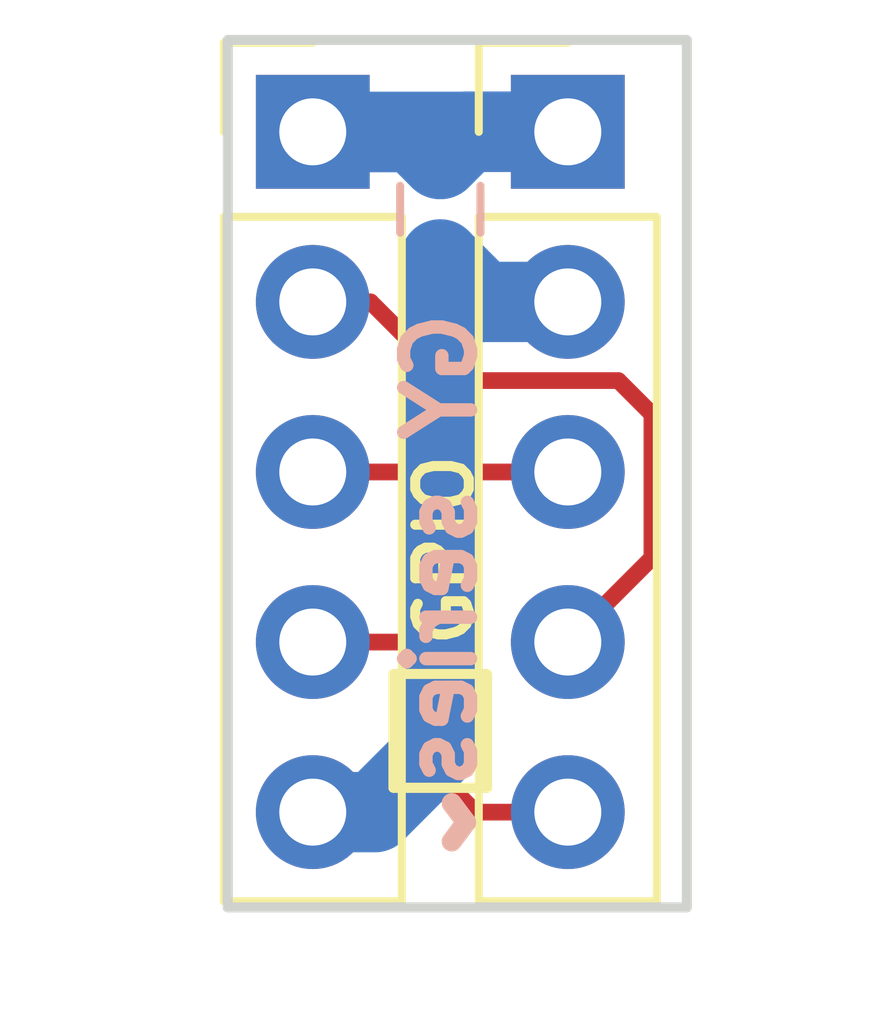
<source format=kicad_pcb>
(kicad_pcb (version 4) (host pcbnew 4.0.7)

  (general
    (links 8)
    (no_connects 0)
    (area 138.354999 103.556999 145.363001 116.661001)
    (thickness 1.6)
    (drawings 7)
    (tracks 36)
    (zones 0)
    (modules 4)
    (nets 7)
  )

  (page A4)
  (layers
    (0 F.Cu signal)
    (31 B.Cu signal)
    (32 B.Adhes user)
    (33 F.Adhes user)
    (34 B.Paste user)
    (35 F.Paste user)
    (36 B.SilkS user)
    (37 F.SilkS user)
    (38 B.Mask user)
    (39 F.Mask user)
    (40 Dwgs.User user)
    (41 Cmts.User user)
    (42 Eco1.User user)
    (43 Eco2.User user)
    (44 Edge.Cuts user)
    (45 Margin user)
    (46 B.CrtYd user)
    (47 F.CrtYd user)
    (48 B.Fab user)
    (49 F.Fab user)
  )

  (setup
    (last_trace_width 0.25)
    (user_trace_width 0.5)
    (user_trace_width 0.8)
    (user_trace_width 1)
    (user_trace_width 1.2)
    (trace_clearance 0.2)
    (zone_clearance 0.508)
    (zone_45_only no)
    (trace_min 0.2)
    (segment_width 0.2)
    (edge_width 0.15)
    (via_size 0.6)
    (via_drill 0.4)
    (via_min_size 0.4)
    (via_min_drill 0.3)
    (uvia_size 0.3)
    (uvia_drill 0.1)
    (uvias_allowed no)
    (uvia_min_size 0.2)
    (uvia_min_drill 0.1)
    (pcb_text_width 0.3)
    (pcb_text_size 1.5 1.5)
    (mod_edge_width 0.15)
    (mod_text_size 1 1)
    (mod_text_width 0.15)
    (pad_size 1.524 1.524)
    (pad_drill 0.762)
    (pad_to_mask_clearance 0.2)
    (aux_axis_origin 145.288 103.632)
    (grid_origin 145.288 103.632)
    (visible_elements 7FFFFFFF)
    (pcbplotparams
      (layerselection 0x010f0_80000001)
      (usegerberextensions true)
      (usegerberattributes true)
      (excludeedgelayer true)
      (linewidth 0.100000)
      (plotframeref false)
      (viasonmask false)
      (mode 1)
      (useauxorigin true)
      (hpglpennumber 1)
      (hpglpenspeed 20)
      (hpglpendiameter 15)
      (hpglpenoverlay 2)
      (psnegative false)
      (psa4output false)
      (plotreference false)
      (plotvalue false)
      (plotinvisibletext false)
      (padsonsilk false)
      (subtractmaskfromsilk false)
      (outputformat 1)
      (mirror false)
      (drillshape 0)
      (scaleselection 1)
      (outputdirectory gerbers/))
  )

  (net 0 "")
  (net 1 VCC)
  (net 2 GND)
  (net 3 SDA)
  (net 4 SCL)
  (net 5 "Net-(J1-Pad4)")
  (net 6 DRD)

  (net_class Default "This is the default net class."
    (clearance 0.2)
    (trace_width 0.25)
    (via_dia 0.6)
    (via_drill 0.4)
    (uvia_dia 0.3)
    (uvia_drill 0.1)
    (add_net DRD)
    (add_net GND)
    (add_net "Net-(J1-Pad4)")
    (add_net SCL)
    (add_net SDA)
    (add_net VCC)
  )

  (module Capacitors_SMD:C_0603 (layer B.Cu) (tedit 5AFE4336) (tstamp 5AFE430D)
    (at 141.605 106.16 90)
    (descr "Capacitor SMD 0603, reflow soldering, AVX (see smccp.pdf)")
    (tags "capacitor 0603")
    (path /5AFE429C)
    (attr smd)
    (fp_text reference C1 (at 0 1.5 90) (layer B.SilkS) hide
      (effects (font (size 1 1) (thickness 0.15)) (justify mirror))
    )
    (fp_text value C_Small (at 0 -1.5 90) (layer B.Fab)
      (effects (font (size 1 1) (thickness 0.15)) (justify mirror))
    )
    (fp_line (start 1.4 -0.65) (end -1.4 -0.65) (layer B.CrtYd) (width 0.05))
    (fp_line (start 1.4 -0.65) (end 1.4 0.65) (layer B.CrtYd) (width 0.05))
    (fp_line (start -1.4 0.65) (end -1.4 -0.65) (layer B.CrtYd) (width 0.05))
    (fp_line (start -1.4 0.65) (end 1.4 0.65) (layer B.CrtYd) (width 0.05))
    (fp_line (start 0.35 -0.6) (end -0.35 -0.6) (layer B.SilkS) (width 0.12))
    (fp_line (start -0.35 0.6) (end 0.35 0.6) (layer B.SilkS) (width 0.12))
    (fp_line (start -0.8 0.4) (end 0.8 0.4) (layer B.Fab) (width 0.1))
    (fp_line (start 0.8 0.4) (end 0.8 -0.4) (layer B.Fab) (width 0.1))
    (fp_line (start 0.8 -0.4) (end -0.8 -0.4) (layer B.Fab) (width 0.1))
    (fp_line (start -0.8 -0.4) (end -0.8 0.4) (layer B.Fab) (width 0.1))
    (fp_text user %R (at 0 0 90) (layer B.Fab)
      (effects (font (size 0.3 0.3) (thickness 0.075)) (justify mirror))
    )
    (pad 2 smd rect (at 0.75 0 90) (size 0.8 0.75) (layers B.Cu B.Paste B.Mask)
      (net 1 VCC))
    (pad 1 smd rect (at -0.75 0 90) (size 0.8 0.75) (layers B.Cu B.Paste B.Mask)
      (net 2 GND))
    (model Capacitors_SMD.3dshapes/C_0603.wrl
      (at (xyz 0 0 0))
      (scale (xyz 1 1 1))
      (rotate (xyz 0 0 0))
    )
  )

  (module Pin_Headers:Pin_Header_Straight_1x05_Pitch2.54mm (layer F.Cu) (tedit 5AFE4339) (tstamp 5AFE4316)
    (at 139.7 105.0036)
    (descr "Through hole straight pin header, 1x05, 2.54mm pitch, single row")
    (tags "Through hole pin header THT 1x05 2.54mm single row")
    (path /5AFE41D0)
    (fp_text reference J1 (at 0 -2.33) (layer F.SilkS) hide
      (effects (font (size 1 1) (thickness 0.15)))
    )
    (fp_text value Conn_01x05 (at 0 12.49) (layer F.Fab)
      (effects (font (size 1 1) (thickness 0.15)))
    )
    (fp_line (start -0.635 -1.27) (end 1.27 -1.27) (layer F.Fab) (width 0.1))
    (fp_line (start 1.27 -1.27) (end 1.27 11.43) (layer F.Fab) (width 0.1))
    (fp_line (start 1.27 11.43) (end -1.27 11.43) (layer F.Fab) (width 0.1))
    (fp_line (start -1.27 11.43) (end -1.27 -0.635) (layer F.Fab) (width 0.1))
    (fp_line (start -1.27 -0.635) (end -0.635 -1.27) (layer F.Fab) (width 0.1))
    (fp_line (start -1.33 11.49) (end 1.33 11.49) (layer F.SilkS) (width 0.12))
    (fp_line (start -1.33 1.27) (end -1.33 11.49) (layer F.SilkS) (width 0.12))
    (fp_line (start 1.33 1.27) (end 1.33 11.49) (layer F.SilkS) (width 0.12))
    (fp_line (start -1.33 1.27) (end 1.33 1.27) (layer F.SilkS) (width 0.12))
    (fp_line (start -1.33 0) (end -1.33 -1.33) (layer F.SilkS) (width 0.12))
    (fp_line (start -1.33 -1.33) (end 0 -1.33) (layer F.SilkS) (width 0.12))
    (fp_line (start -1.8 -1.8) (end -1.8 11.95) (layer F.CrtYd) (width 0.05))
    (fp_line (start -1.8 11.95) (end 1.8 11.95) (layer F.CrtYd) (width 0.05))
    (fp_line (start 1.8 11.95) (end 1.8 -1.8) (layer F.CrtYd) (width 0.05))
    (fp_line (start 1.8 -1.8) (end -1.8 -1.8) (layer F.CrtYd) (width 0.05))
    (fp_text user %R (at 0 5.08 90) (layer F.Fab)
      (effects (font (size 1 1) (thickness 0.15)))
    )
    (pad 1 thru_hole rect (at 0 0) (size 1.7 1.7) (drill 1) (layers *.Cu *.Mask)
      (net 1 VCC))
    (pad 2 thru_hole oval (at 0 2.54) (size 1.7 1.7) (drill 1) (layers *.Cu *.Mask)
      (net 3 SDA))
    (pad 3 thru_hole oval (at 0 5.08) (size 1.7 1.7) (drill 1) (layers *.Cu *.Mask)
      (net 4 SCL))
    (pad 4 thru_hole oval (at 0 7.62) (size 1.7 1.7) (drill 1) (layers *.Cu *.Mask)
      (net 5 "Net-(J1-Pad4)"))
    (pad 5 thru_hole oval (at 0 10.16) (size 1.7 1.7) (drill 1) (layers *.Cu *.Mask)
      (net 2 GND))
    (model ${KISYS3DMOD}/Pin_Headers.3dshapes/Pin_Header_Straight_1x05_Pitch2.54mm.wrl
      (at (xyz 0 0 0))
      (scale (xyz 1 1 1))
      (rotate (xyz 0 0 0))
    )
  )

  (module Pin_Headers:Pin_Header_Straight_1x05_Pitch2.54mm (layer F.Cu) (tedit 5AFE433C) (tstamp 5AFE431F)
    (at 143.51 105.0036)
    (descr "Through hole straight pin header, 1x05, 2.54mm pitch, single row")
    (tags "Through hole pin header THT 1x05 2.54mm single row")
    (path /5AFE41AB)
    (fp_text reference J2 (at 0 -2.33) (layer F.SilkS) hide
      (effects (font (size 1 1) (thickness 0.15)))
    )
    (fp_text value Conn_01x05 (at 0 12.49) (layer F.Fab)
      (effects (font (size 1 1) (thickness 0.15)))
    )
    (fp_line (start -0.635 -1.27) (end 1.27 -1.27) (layer F.Fab) (width 0.1))
    (fp_line (start 1.27 -1.27) (end 1.27 11.43) (layer F.Fab) (width 0.1))
    (fp_line (start 1.27 11.43) (end -1.27 11.43) (layer F.Fab) (width 0.1))
    (fp_line (start -1.27 11.43) (end -1.27 -0.635) (layer F.Fab) (width 0.1))
    (fp_line (start -1.27 -0.635) (end -0.635 -1.27) (layer F.Fab) (width 0.1))
    (fp_line (start -1.33 11.49) (end 1.33 11.49) (layer F.SilkS) (width 0.12))
    (fp_line (start -1.33 1.27) (end -1.33 11.49) (layer F.SilkS) (width 0.12))
    (fp_line (start 1.33 1.27) (end 1.33 11.49) (layer F.SilkS) (width 0.12))
    (fp_line (start -1.33 1.27) (end 1.33 1.27) (layer F.SilkS) (width 0.12))
    (fp_line (start -1.33 0) (end -1.33 -1.33) (layer F.SilkS) (width 0.12))
    (fp_line (start -1.33 -1.33) (end 0 -1.33) (layer F.SilkS) (width 0.12))
    (fp_line (start -1.8 -1.8) (end -1.8 11.95) (layer F.CrtYd) (width 0.05))
    (fp_line (start -1.8 11.95) (end 1.8 11.95) (layer F.CrtYd) (width 0.05))
    (fp_line (start 1.8 11.95) (end 1.8 -1.8) (layer F.CrtYd) (width 0.05))
    (fp_line (start 1.8 -1.8) (end -1.8 -1.8) (layer F.CrtYd) (width 0.05))
    (fp_text user %R (at 0 5.08 90) (layer F.Fab)
      (effects (font (size 1 1) (thickness 0.15)))
    )
    (pad 1 thru_hole rect (at 0 0) (size 1.7 1.7) (drill 1) (layers *.Cu *.Mask)
      (net 1 VCC))
    (pad 2 thru_hole oval (at 0 2.54) (size 1.7 1.7) (drill 1) (layers *.Cu *.Mask)
      (net 2 GND))
    (pad 3 thru_hole oval (at 0 5.08) (size 1.7 1.7) (drill 1) (layers *.Cu *.Mask)
      (net 4 SCL))
    (pad 4 thru_hole oval (at 0 7.62) (size 1.7 1.7) (drill 1) (layers *.Cu *.Mask)
      (net 3 SDA))
    (pad 5 thru_hole oval (at 0 10.16) (size 1.7 1.7) (drill 1) (layers *.Cu *.Mask)
      (net 6 DRD))
    (model ${KISYS3DMOD}/Pin_Headers.3dshapes/Pin_Header_Straight_1x05_Pitch2.54mm.wrl
      (at (xyz 0 0 0))
      (scale (xyz 1 1 1))
      (rotate (xyz 0 0 0))
    )
  )

  (module footprints:GS2_SMALL (layer F.Cu) (tedit 5AFE4342) (tstamp 5AFE4325)
    (at 141.605 114.3)
    (descr "3-pin solder bridge")
    (tags "solder bridge")
    (path /5AFE42E1)
    (attr smd)
    (fp_text reference JP1 (at -1.8 -0.3 270) (layer F.SilkS) hide
      (effects (font (size 1 1) (thickness 0.15)))
    )
    (fp_text value DRD (at 0 -2.6 90) (layer F.SilkS) hide
      (effects (font (size 1 1) (thickness 0.15)))
    )
    (fp_line (start -1 -1.5) (end -1 0.8) (layer F.CrtYd) (width 0.15))
    (fp_line (start 1 0.8) (end 1 -1.5) (layer F.CrtYd) (width 0.15))
    (fp_line (start 1 0.8) (end -1 0.8) (layer F.CrtYd) (width 0.15))
    (fp_line (start 0.7 0.5) (end 0.7 -1.2) (layer F.SilkS) (width 0.15))
    (fp_line (start -0.7 0.5) (end 0.7 0.5) (layer F.SilkS) (width 0.15))
    (fp_line (start -0.7 -1.2) (end -0.7 0.5) (layer F.SilkS) (width 0.15))
    (fp_line (start -0.7 0.5) (end 0.7 0.5) (layer F.SilkS) (width 0.15))
    (fp_line (start -1 -1.5) (end 1 -1.5) (layer F.CrtYd) (width 0.15))
    (fp_line (start -0.7 -1.2) (end 0.7 -1.2) (layer F.SilkS) (width 0.15))
    (pad 1 smd rect (at 0 -0.7) (size 0.9 0.5) (layers F.Cu F.Paste F.Mask)
      (net 5 "Net-(J1-Pad4)"))
    (pad 2 smd rect (at 0 0) (size 0.9 0.5) (layers F.Cu F.Paste F.Mask)
      (net 6 DRD))
  )

  (gr_text GPIO (at 141.6685 111.252 90) (layer F.SilkS)
    (effects (font (size 0.8 0.8) (thickness 0.15)))
  )
  (gr_text ^ (at 141.097 115.316 270) (layer B.SilkS)
    (effects (font (size 1.5 1.5) (thickness 0.3)) (justify mirror))
  )
  (gr_text "GY series" (at 141.605 111.252 90) (layer B.SilkS)
    (effects (font (size 1 1) (thickness 0.2)) (justify mirror))
  )
  (gr_line (start 145.288 103.632) (end 138.43 103.632) (layer Edge.Cuts) (width 0.15))
  (gr_line (start 145.288 116.586) (end 145.288 103.632) (layer Edge.Cuts) (width 0.15))
  (gr_line (start 138.43 116.586) (end 145.288 116.586) (layer Edge.Cuts) (width 0.15))
  (gr_line (start 138.43 103.632) (end 138.43 116.586) (layer Edge.Cuts) (width 0.15))

  (segment (start 143.51 105.0036) (end 139.7 105.0036) (width 1.2) (layer B.Cu) (net 1))
  (segment (start 141.605 105.41) (end 142.01371 105.00129) (width 1.2) (layer B.Cu) (net 1))
  (segment (start 142.01371 105.00129) (end 143.50769 105.00129) (width 1.2) (layer B.Cu) (net 1))
  (segment (start 143.50769 105.00129) (end 143.51 105.0036) (width 1.2) (layer B.Cu) (net 1))
  (segment (start 141.605 105.41) (end 141.203235 105.008235) (width 1.2) (layer B.Cu) (net 1))
  (segment (start 141.203235 105.008235) (end 139.704635 105.008235) (width 1.2) (layer B.Cu) (net 1))
  (segment (start 139.704635 105.008235) (end 139.7 105.0036) (width 1.2) (layer B.Cu) (net 1))
  (segment (start 143.51 105.0036) (end 142.0114 105.0036) (width 0.25) (layer B.Cu) (net 1))
  (segment (start 142.0114 105.0036) (end 141.605 105.41) (width 0.25) (layer B.Cu) (net 1))
  (segment (start 139.7 105.0036) (end 141.1986 105.0036) (width 0.25) (layer B.Cu) (net 1))
  (segment (start 141.1986 105.0036) (end 141.605 105.41) (width 0.25) (layer B.Cu) (net 1))
  (segment (start 141.605 113.2586) (end 141.605 114.182892) (width 1.2) (layer B.Cu) (net 2))
  (segment (start 141.605 114.182892) (end 140.624292 115.1636) (width 1.2) (layer B.Cu) (net 2))
  (segment (start 140.624292 115.1636) (end 139.7 115.1636) (width 1.2) (layer B.Cu) (net 2))
  (segment (start 141.605 113.0935) (end 141.605 107.696) (width 0.25) (layer B.Cu) (net 2))
  (segment (start 141.605 113.2586) (end 141.605 113.0935) (width 0.25) (layer B.Cu) (net 2))
  (segment (start 141.605 106.91) (end 141.605 113.2586) (width 1.2) (layer B.Cu) (net 2))
  (segment (start 143.51 107.5436) (end 142.2386 107.5436) (width 1.2) (layer B.Cu) (net 2))
  (segment (start 142.2386 107.5436) (end 141.605 106.91) (width 1.2) (layer B.Cu) (net 2))
  (segment (start 141.605 107.696) (end 141.605 106.91) (width 0.25) (layer B.Cu) (net 2))
  (segment (start 143.51 107.5436) (end 141.7574 107.5436) (width 0.25) (layer B.Cu) (net 2))
  (segment (start 141.7574 107.5436) (end 141.605 107.696) (width 0.25) (layer B.Cu) (net 2))
  (segment (start 144.766798 109.22) (end 144.766798 111.366802) (width 0.25) (layer F.Cu) (net 3))
  (segment (start 144.766798 111.366802) (end 143.51 112.6236) (width 0.25) (layer F.Cu) (net 3))
  (segment (start 144.265399 108.718601) (end 144.766798 109.22) (width 0.25) (layer F.Cu) (net 3))
  (segment (start 140.5636 107.5436) (end 141.738601 108.718601) (width 0.25) (layer F.Cu) (net 3))
  (segment (start 141.738601 108.718601) (end 144.265399 108.718601) (width 0.25) (layer F.Cu) (net 3))
  (segment (start 139.7 107.5436) (end 140.5636 107.5436) (width 0.25) (layer F.Cu) (net 3))
  (segment (start 139.7 107.5436) (end 139.9286 107.5436) (width 0.25) (layer B.Cu) (net 3))
  (segment (start 139.7 110.0836) (end 143.51 110.0836) (width 0.25) (layer F.Cu) (net 4))
  (segment (start 139.7 112.6236) (end 141.081954 112.6236) (width 0.25) (layer F.Cu) (net 5))
  (segment (start 141.081954 112.6236) (end 141.605 113.146646) (width 0.25) (layer F.Cu) (net 5))
  (segment (start 141.605 113.146646) (end 141.605 113.6) (width 0.25) (layer F.Cu) (net 5))
  (segment (start 143.51 115.1636) (end 142.134439 115.1636) (width 0.25) (layer F.Cu) (net 6))
  (segment (start 142.134439 115.1636) (end 141.605 114.634161) (width 0.25) (layer F.Cu) (net 6))
  (segment (start 141.605 114.634161) (end 141.605 114.3) (width 0.25) (layer F.Cu) (net 6))

)

</source>
